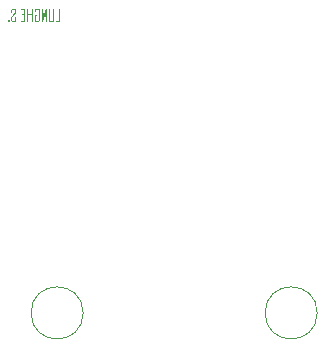
<source format=gbr>
%TF.GenerationSoftware,KiCad,Pcbnew,8.0.5*%
%TF.CreationDate,2024-12-18T15:09:30+03:00*%
%TF.ProjectId,555_badge,3535355f-6261-4646-9765-2e6b69636164,V01*%
%TF.SameCoordinates,Original*%
%TF.FileFunction,Legend,Bot*%
%TF.FilePolarity,Positive*%
%FSLAX46Y46*%
G04 Gerber Fmt 4.6, Leading zero omitted, Abs format (unit mm)*
G04 Created by KiCad (PCBNEW 8.0.5) date 2024-12-18 15:09:30*
%MOMM*%
%LPD*%
G01*
G04 APERTURE LIST*
%ADD10C,0.100000*%
%ADD11C,0.120000*%
G04 APERTURE END LIST*
D10*
G36*
X121070621Y-75830000D02*
G01*
X121414026Y-75830000D01*
X121414026Y-74751423D01*
X121318527Y-74751423D01*
X121318527Y-75751842D01*
X121070621Y-75751842D01*
X121070621Y-75830000D01*
G37*
G36*
X120497383Y-75750376D02*
G01*
X120510650Y-75797430D01*
X120519120Y-75807773D01*
X120564084Y-75829457D01*
X120574319Y-75830000D01*
X120866922Y-75830000D01*
X120914932Y-75814176D01*
X120921877Y-75807773D01*
X120942379Y-75763110D01*
X120943126Y-75750376D01*
X120943126Y-74751423D01*
X120847627Y-74751423D01*
X120847627Y-75751842D01*
X120592882Y-75751842D01*
X120592882Y-74751423D01*
X120497383Y-74751423D01*
X120497383Y-75750376D01*
G37*
G36*
X119885554Y-75830000D02*
G01*
X119951500Y-75830000D01*
X120238729Y-75036699D01*
X120238729Y-75830000D01*
X120328611Y-75830000D01*
X120328611Y-74751423D01*
X120257292Y-74751423D01*
X119975680Y-75530802D01*
X119975680Y-74751423D01*
X119885554Y-74751423D01*
X119885554Y-75830000D01*
G37*
G36*
X119282274Y-75750376D02*
G01*
X119296302Y-75798984D01*
X119303524Y-75807773D01*
X119348249Y-75829457D01*
X119358478Y-75830000D01*
X119640823Y-75830000D01*
X119688833Y-75814176D01*
X119695778Y-75807773D01*
X119716280Y-75763110D01*
X119717027Y-75750376D01*
X119717027Y-74831046D01*
X119702999Y-74782439D01*
X119695778Y-74773649D01*
X119651052Y-74751966D01*
X119640823Y-74751423D01*
X119358478Y-74751423D01*
X119310468Y-74767246D01*
X119303524Y-74773649D01*
X119283021Y-74818312D01*
X119282274Y-74831046D01*
X119282274Y-75064054D01*
X119378506Y-75064054D01*
X119378506Y-74829581D01*
X119621528Y-74829581D01*
X119621528Y-75751842D01*
X119378506Y-75751842D01*
X119378506Y-75361053D01*
X119493300Y-75361053D01*
X119493300Y-75282896D01*
X119282274Y-75282896D01*
X119282274Y-75750376D01*
G37*
G36*
X118665317Y-75830000D02*
G01*
X118760816Y-75830000D01*
X118760816Y-75298527D01*
X119019713Y-75298527D01*
X119019713Y-75830000D01*
X119115212Y-75830000D01*
X119115212Y-74751423D01*
X119019713Y-74751423D01*
X119019713Y-75220369D01*
X118760816Y-75220369D01*
X118760816Y-74751423D01*
X118665317Y-74751423D01*
X118665317Y-75830000D01*
G37*
G36*
X118143859Y-75830000D02*
G01*
X118496789Y-75830000D01*
X118496789Y-74751423D01*
X118148011Y-74751423D01*
X118148011Y-74829581D01*
X118401290Y-74829581D01*
X118401290Y-75236001D01*
X118170481Y-75236001D01*
X118170481Y-75314159D01*
X118401290Y-75314159D01*
X118401290Y-75751842D01*
X118143859Y-75751842D01*
X118143859Y-75830000D01*
G37*
G36*
X117305129Y-75750376D02*
G01*
X117318995Y-75798984D01*
X117326133Y-75807773D01*
X117370383Y-75829457D01*
X117380600Y-75830000D01*
X117651221Y-75830000D01*
X117698091Y-75815327D01*
X117706664Y-75807773D01*
X117727402Y-75763110D01*
X117728157Y-75750376D01*
X117728157Y-75486106D01*
X117632658Y-75486106D01*
X117632658Y-75751842D01*
X117400628Y-75751842D01*
X117400628Y-75493921D01*
X117697138Y-75123649D01*
X117721342Y-75080701D01*
X117728157Y-75039141D01*
X117728157Y-74831046D01*
X117713968Y-74782439D01*
X117706664Y-74773649D01*
X117661462Y-74751966D01*
X117651221Y-74751423D01*
X117380600Y-74751423D01*
X117332937Y-74767246D01*
X117326133Y-74773649D01*
X117305867Y-74818312D01*
X117305129Y-74831046D01*
X117305129Y-75079685D01*
X117400628Y-75079685D01*
X117400628Y-74829581D01*
X117632658Y-74829581D01*
X117632658Y-75056238D01*
X117334682Y-75426755D01*
X117310785Y-75471182D01*
X117305129Y-75509797D01*
X117305129Y-75750376D01*
G37*
G36*
X117055757Y-75830000D02*
G01*
X117160293Y-75830000D01*
X117160293Y-75704947D01*
X117055757Y-75704947D01*
X117055757Y-75830000D01*
G37*
D11*
%TO.C,J1*%
X123390000Y-100500000D02*
G75*
G02*
X118970000Y-100500000I-2210000J0D01*
G01*
X118970000Y-100500000D02*
G75*
G02*
X123390000Y-100500000I2210000J0D01*
G01*
X143210000Y-100500000D02*
G75*
G02*
X138790000Y-100500000I-2210000J0D01*
G01*
X138790000Y-100500000D02*
G75*
G02*
X143210000Y-100500000I2210000J0D01*
G01*
%TD*%
M02*

</source>
